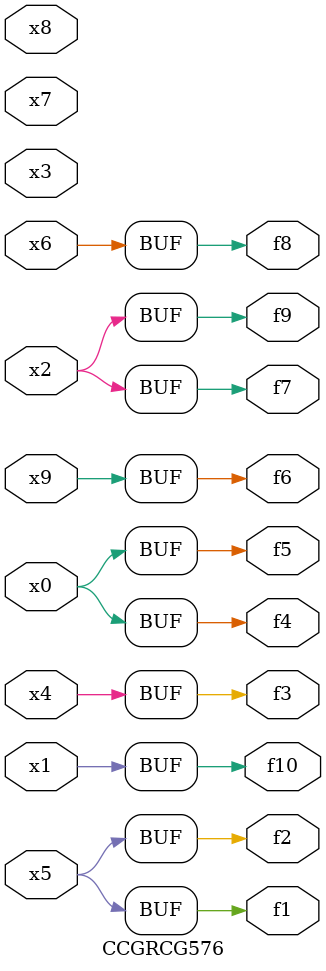
<source format=v>
module CCGRCG576(
	input x0, x1, x2, x3, x4, x5, x6, x7, x8, x9,
	output f1, f2, f3, f4, f5, f6, f7, f8, f9, f10
);
	assign f1 = x5;
	assign f2 = x5;
	assign f3 = x4;
	assign f4 = x0;
	assign f5 = x0;
	assign f6 = x9;
	assign f7 = x2;
	assign f8 = x6;
	assign f9 = x2;
	assign f10 = x1;
endmodule

</source>
